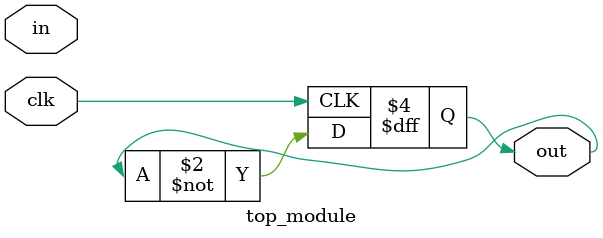
<source format=sv>
module top_module (
	input clk,
	input in,
	output reg out
);

	always @(posedge clk) begin
		out <= ~out;
	end

	initial begin
		$monitor("out=%d", out);
	end

endmodule

</source>
